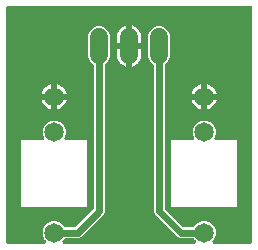
<source format=gbr>
G04 EAGLE Gerber RS-274X export*
G75*
%MOMM*%
%FSLAX34Y34*%
%LPD*%
%INTop Copper*%
%IPPOS*%
%AMOC8*
5,1,8,0,0,1.08239X$1,22.5*%
G01*
%ADD10C,1.524000*%
%ADD11C,1.650000*%
%ADD12C,0.609600*%

G36*
X41771Y10162D02*
X41771Y10162D01*
X41780Y10161D01*
X41972Y10182D01*
X42162Y10201D01*
X42171Y10203D01*
X42180Y10204D01*
X42362Y10262D01*
X42547Y10319D01*
X42555Y10323D01*
X42564Y10326D01*
X42732Y10419D01*
X42901Y10511D01*
X42908Y10516D01*
X42916Y10521D01*
X43064Y10646D01*
X43211Y10768D01*
X43216Y10775D01*
X43223Y10781D01*
X43343Y10933D01*
X43463Y11082D01*
X43467Y11090D01*
X43473Y11097D01*
X43560Y11270D01*
X43649Y11439D01*
X43651Y11448D01*
X43655Y11456D01*
X43707Y11641D01*
X43760Y11826D01*
X43761Y11835D01*
X43763Y11844D01*
X43777Y12036D01*
X43793Y12228D01*
X43792Y12236D01*
X43792Y12245D01*
X43769Y12434D01*
X43746Y12627D01*
X43743Y12636D01*
X43742Y12645D01*
X43681Y12826D01*
X43621Y13010D01*
X43617Y13018D01*
X43614Y13026D01*
X43518Y13194D01*
X43423Y13361D01*
X43417Y13368D01*
X43413Y13375D01*
X43198Y13628D01*
X42513Y14313D01*
X41025Y17906D01*
X41025Y21794D01*
X42513Y25387D01*
X45263Y28137D01*
X48856Y29625D01*
X52744Y29625D01*
X56337Y28137D01*
X59174Y25300D01*
X59182Y25285D01*
X59299Y25150D01*
X59413Y25012D01*
X59430Y24997D01*
X59445Y24980D01*
X59587Y24871D01*
X59726Y24758D01*
X59745Y24747D01*
X59763Y24734D01*
X59923Y24654D01*
X60082Y24571D01*
X60104Y24564D01*
X60124Y24554D01*
X60297Y24508D01*
X60468Y24458D01*
X60491Y24456D01*
X60513Y24450D01*
X60843Y24423D01*
X67915Y24423D01*
X67941Y24425D01*
X67968Y24423D01*
X68142Y24445D01*
X68315Y24463D01*
X68341Y24470D01*
X68367Y24474D01*
X68533Y24529D01*
X68700Y24581D01*
X68724Y24594D01*
X68749Y24602D01*
X68901Y24689D01*
X69054Y24773D01*
X69075Y24790D01*
X69098Y24803D01*
X69351Y25018D01*
X83732Y39399D01*
X83749Y39420D01*
X83770Y39437D01*
X83877Y39575D01*
X83987Y39711D01*
X84000Y39734D01*
X84016Y39755D01*
X84094Y39912D01*
X84176Y40066D01*
X84184Y40092D01*
X84196Y40116D01*
X84241Y40285D01*
X84291Y40452D01*
X84293Y40479D01*
X84300Y40505D01*
X84327Y40835D01*
X84327Y160979D01*
X84325Y161005D01*
X84327Y161032D01*
X84305Y161206D01*
X84287Y161379D01*
X84280Y161405D01*
X84276Y161432D01*
X84220Y161597D01*
X84169Y161764D01*
X84156Y161788D01*
X84148Y161813D01*
X84061Y161964D01*
X83977Y162118D01*
X83960Y162139D01*
X83947Y162162D01*
X83732Y162415D01*
X81147Y165000D01*
X79755Y168361D01*
X79755Y187239D01*
X81147Y190600D01*
X83720Y193173D01*
X87081Y194565D01*
X90719Y194565D01*
X94080Y193173D01*
X96653Y190600D01*
X98045Y187239D01*
X98045Y168361D01*
X96653Y165000D01*
X94068Y162415D01*
X94051Y162394D01*
X94030Y162377D01*
X93923Y162239D01*
X93813Y162104D01*
X93800Y162080D01*
X93784Y162059D01*
X93706Y161902D01*
X93624Y161748D01*
X93616Y161722D01*
X93604Y161698D01*
X93559Y161529D01*
X93509Y161362D01*
X93507Y161335D01*
X93500Y161309D01*
X93473Y160979D01*
X93473Y37190D01*
X92777Y35510D01*
X73240Y15973D01*
X71560Y15277D01*
X60843Y15277D01*
X60821Y15275D01*
X60798Y15277D01*
X60621Y15255D01*
X60443Y15237D01*
X60421Y15231D01*
X60399Y15228D01*
X60229Y15172D01*
X60058Y15119D01*
X60038Y15108D01*
X60017Y15101D01*
X59861Y15013D01*
X59704Y14927D01*
X59686Y14913D01*
X59667Y14902D01*
X59532Y14784D01*
X59394Y14670D01*
X59380Y14652D01*
X59363Y14637D01*
X59254Y14495D01*
X59194Y14420D01*
X58402Y13628D01*
X58396Y13621D01*
X58389Y13616D01*
X58270Y13467D01*
X58147Y13317D01*
X58143Y13309D01*
X58137Y13302D01*
X58049Y13132D01*
X57958Y12961D01*
X57956Y12952D01*
X57951Y12945D01*
X57898Y12760D01*
X57843Y12575D01*
X57843Y12566D01*
X57840Y12558D01*
X57824Y12367D01*
X57807Y12174D01*
X57808Y12165D01*
X57807Y12156D01*
X57829Y11967D01*
X57850Y11774D01*
X57853Y11765D01*
X57854Y11757D01*
X57914Y11574D01*
X57972Y11390D01*
X57976Y11382D01*
X57979Y11374D01*
X58074Y11206D01*
X58167Y11038D01*
X58172Y11031D01*
X58177Y11023D01*
X58303Y10877D01*
X58427Y10731D01*
X58434Y10725D01*
X58440Y10718D01*
X58593Y10600D01*
X58743Y10481D01*
X58751Y10477D01*
X58758Y10472D01*
X58930Y10386D01*
X59102Y10299D01*
X59111Y10296D01*
X59119Y10292D01*
X59304Y10243D01*
X59490Y10191D01*
X59499Y10190D01*
X59507Y10188D01*
X59838Y10161D01*
X168762Y10161D01*
X168771Y10162D01*
X168780Y10161D01*
X168972Y10182D01*
X169162Y10201D01*
X169171Y10203D01*
X169180Y10204D01*
X169362Y10262D01*
X169547Y10319D01*
X169555Y10323D01*
X169564Y10326D01*
X169732Y10419D01*
X169901Y10511D01*
X169908Y10516D01*
X169916Y10521D01*
X170064Y10646D01*
X170211Y10768D01*
X170216Y10775D01*
X170223Y10781D01*
X170343Y10933D01*
X170463Y11082D01*
X170467Y11090D01*
X170473Y11097D01*
X170560Y11270D01*
X170649Y11439D01*
X170651Y11448D01*
X170655Y11456D01*
X170707Y11641D01*
X170760Y11826D01*
X170761Y11835D01*
X170763Y11844D01*
X170777Y12036D01*
X170793Y12228D01*
X170792Y12236D01*
X170792Y12245D01*
X170769Y12434D01*
X170746Y12627D01*
X170743Y12636D01*
X170742Y12645D01*
X170681Y12826D01*
X170621Y13010D01*
X170617Y13018D01*
X170614Y13026D01*
X170518Y13194D01*
X170423Y13361D01*
X170417Y13368D01*
X170413Y13375D01*
X170198Y13628D01*
X169426Y14400D01*
X169418Y14415D01*
X169301Y14550D01*
X169187Y14688D01*
X169170Y14703D01*
X169155Y14720D01*
X169013Y14829D01*
X168874Y14942D01*
X168855Y14953D01*
X168837Y14966D01*
X168677Y15046D01*
X168518Y15129D01*
X168496Y15136D01*
X168476Y15146D01*
X168303Y15192D01*
X168132Y15242D01*
X168109Y15244D01*
X168087Y15250D01*
X167757Y15277D01*
X157040Y15277D01*
X155360Y15973D01*
X135823Y35510D01*
X135127Y37190D01*
X135127Y160979D01*
X135125Y161005D01*
X135127Y161032D01*
X135105Y161206D01*
X135087Y161379D01*
X135080Y161405D01*
X135076Y161432D01*
X135020Y161597D01*
X134969Y161764D01*
X134956Y161788D01*
X134948Y161813D01*
X134861Y161964D01*
X134777Y162118D01*
X134760Y162139D01*
X134747Y162162D01*
X134532Y162415D01*
X131947Y165000D01*
X130555Y168361D01*
X130555Y187239D01*
X131947Y190600D01*
X134520Y193173D01*
X137881Y194565D01*
X141519Y194565D01*
X144880Y193173D01*
X147453Y190600D01*
X148845Y187239D01*
X148845Y168361D01*
X147453Y165000D01*
X144868Y162415D01*
X144851Y162394D01*
X144830Y162377D01*
X144723Y162239D01*
X144613Y162104D01*
X144600Y162080D01*
X144584Y162059D01*
X144506Y161902D01*
X144424Y161748D01*
X144416Y161722D01*
X144404Y161698D01*
X144359Y161529D01*
X144309Y161362D01*
X144307Y161335D01*
X144300Y161309D01*
X144273Y160979D01*
X144273Y40835D01*
X144275Y40809D01*
X144273Y40782D01*
X144295Y40608D01*
X144313Y40435D01*
X144320Y40409D01*
X144324Y40383D01*
X144379Y40217D01*
X144431Y40050D01*
X144444Y40026D01*
X144452Y40001D01*
X144539Y39849D01*
X144623Y39696D01*
X144640Y39675D01*
X144653Y39652D01*
X144868Y39399D01*
X159249Y25018D01*
X159270Y25001D01*
X159287Y24980D01*
X159425Y24873D01*
X159561Y24763D01*
X159584Y24750D01*
X159605Y24734D01*
X159762Y24656D01*
X159916Y24574D01*
X159942Y24566D01*
X159966Y24554D01*
X160135Y24509D01*
X160302Y24459D01*
X160329Y24457D01*
X160355Y24450D01*
X160685Y24423D01*
X167757Y24423D01*
X167779Y24425D01*
X167802Y24423D01*
X167979Y24445D01*
X168157Y24463D01*
X168179Y24469D01*
X168201Y24472D01*
X168371Y24528D01*
X168542Y24581D01*
X168562Y24592D01*
X168583Y24599D01*
X168739Y24687D01*
X168896Y24773D01*
X168914Y24787D01*
X168933Y24798D01*
X169068Y24916D01*
X169206Y25030D01*
X169220Y25048D01*
X169237Y25063D01*
X169346Y25205D01*
X169406Y25280D01*
X172263Y28137D01*
X175856Y29625D01*
X179744Y29625D01*
X183337Y28137D01*
X186087Y25387D01*
X187575Y21794D01*
X187575Y17906D01*
X186087Y14313D01*
X185402Y13628D01*
X185396Y13621D01*
X185389Y13616D01*
X185270Y13467D01*
X185147Y13317D01*
X185143Y13309D01*
X185137Y13302D01*
X185049Y13132D01*
X184958Y12961D01*
X184956Y12952D01*
X184951Y12945D01*
X184898Y12760D01*
X184843Y12575D01*
X184843Y12566D01*
X184840Y12558D01*
X184824Y12367D01*
X184807Y12174D01*
X184808Y12165D01*
X184807Y12156D01*
X184829Y11967D01*
X184850Y11774D01*
X184853Y11765D01*
X184854Y11757D01*
X184914Y11574D01*
X184972Y11390D01*
X184976Y11382D01*
X184979Y11374D01*
X185074Y11206D01*
X185167Y11038D01*
X185172Y11031D01*
X185177Y11023D01*
X185303Y10877D01*
X185427Y10731D01*
X185434Y10725D01*
X185440Y10718D01*
X185593Y10600D01*
X185743Y10481D01*
X185751Y10477D01*
X185758Y10472D01*
X185930Y10386D01*
X186102Y10299D01*
X186111Y10296D01*
X186119Y10292D01*
X186304Y10243D01*
X186490Y10191D01*
X186499Y10190D01*
X186507Y10188D01*
X186838Y10161D01*
X216408Y10161D01*
X216426Y10163D01*
X216444Y10161D01*
X216626Y10182D01*
X216809Y10201D01*
X216826Y10206D01*
X216843Y10208D01*
X217018Y10265D01*
X217194Y10319D01*
X217209Y10327D01*
X217226Y10333D01*
X217386Y10423D01*
X217548Y10511D01*
X217561Y10522D01*
X217577Y10531D01*
X217716Y10651D01*
X217857Y10768D01*
X217868Y10782D01*
X217882Y10794D01*
X217994Y10939D01*
X218109Y11082D01*
X218117Y11098D01*
X218128Y11112D01*
X218210Y11277D01*
X218295Y11439D01*
X218300Y11456D01*
X218308Y11472D01*
X218355Y11651D01*
X218406Y11826D01*
X218408Y11844D01*
X218412Y11861D01*
X218439Y12192D01*
X218439Y210058D01*
X218437Y210076D01*
X218439Y210094D01*
X218418Y210276D01*
X218399Y210459D01*
X218394Y210476D01*
X218392Y210493D01*
X218335Y210668D01*
X218281Y210844D01*
X218273Y210859D01*
X218267Y210876D01*
X218177Y211036D01*
X218089Y211198D01*
X218078Y211211D01*
X218069Y211227D01*
X217949Y211366D01*
X217832Y211507D01*
X217818Y211518D01*
X217806Y211532D01*
X217661Y211644D01*
X217518Y211759D01*
X217502Y211767D01*
X217488Y211778D01*
X217323Y211860D01*
X217161Y211945D01*
X217144Y211950D01*
X217128Y211958D01*
X216949Y212005D01*
X216774Y212056D01*
X216756Y212058D01*
X216739Y212062D01*
X216408Y212089D01*
X12192Y212089D01*
X12174Y212087D01*
X12156Y212089D01*
X11974Y212068D01*
X11791Y212049D01*
X11774Y212044D01*
X11757Y212042D01*
X11582Y211985D01*
X11406Y211931D01*
X11391Y211923D01*
X11374Y211917D01*
X11214Y211827D01*
X11052Y211739D01*
X11039Y211728D01*
X11023Y211719D01*
X10884Y211599D01*
X10743Y211482D01*
X10732Y211468D01*
X10718Y211456D01*
X10606Y211311D01*
X10491Y211168D01*
X10483Y211152D01*
X10472Y211138D01*
X10390Y210973D01*
X10305Y210811D01*
X10300Y210794D01*
X10292Y210778D01*
X10245Y210599D01*
X10194Y210424D01*
X10192Y210406D01*
X10188Y210389D01*
X10161Y210058D01*
X10161Y12192D01*
X10163Y12174D01*
X10161Y12156D01*
X10182Y11974D01*
X10201Y11791D01*
X10206Y11774D01*
X10208Y11757D01*
X10265Y11582D01*
X10319Y11406D01*
X10327Y11391D01*
X10333Y11374D01*
X10423Y11214D01*
X10511Y11052D01*
X10522Y11039D01*
X10531Y11023D01*
X10651Y10884D01*
X10768Y10743D01*
X10782Y10732D01*
X10794Y10718D01*
X10939Y10606D01*
X11082Y10491D01*
X11098Y10483D01*
X11112Y10472D01*
X11277Y10390D01*
X11439Y10305D01*
X11456Y10300D01*
X11472Y10292D01*
X11651Y10245D01*
X11826Y10194D01*
X11844Y10192D01*
X11861Y10188D01*
X12192Y10161D01*
X41762Y10161D01*
X41771Y10162D01*
G37*
%LPC*%
G36*
X22800Y41849D02*
X22800Y41849D01*
X22799Y41850D01*
X22799Y97850D01*
X22800Y97851D01*
X40079Y97851D01*
X40093Y97852D01*
X40106Y97851D01*
X40292Y97872D01*
X40480Y97891D01*
X40493Y97895D01*
X40506Y97896D01*
X40684Y97953D01*
X40865Y98009D01*
X40877Y98015D01*
X40889Y98019D01*
X41053Y98111D01*
X41219Y98201D01*
X41229Y98209D01*
X41241Y98216D01*
X41384Y98339D01*
X41528Y98458D01*
X41536Y98469D01*
X41547Y98477D01*
X41663Y98626D01*
X41780Y98772D01*
X41786Y98784D01*
X41795Y98794D01*
X41880Y98964D01*
X41966Y99129D01*
X41969Y99142D01*
X41976Y99154D01*
X42025Y99336D01*
X42077Y99516D01*
X42078Y99530D01*
X42082Y99543D01*
X42095Y99730D01*
X42110Y99918D01*
X42109Y99931D01*
X42109Y99944D01*
X42085Y100132D01*
X42063Y100317D01*
X42059Y100330D01*
X42057Y100343D01*
X41956Y100659D01*
X41025Y102906D01*
X41025Y106794D01*
X42513Y110387D01*
X45263Y113137D01*
X48856Y114625D01*
X52744Y114625D01*
X56337Y113137D01*
X59087Y110387D01*
X60575Y106794D01*
X60575Y102906D01*
X59644Y100659D01*
X59640Y100646D01*
X59634Y100635D01*
X59582Y100455D01*
X59528Y100274D01*
X59526Y100261D01*
X59523Y100248D01*
X59507Y100060D01*
X59490Y99873D01*
X59491Y99860D01*
X59490Y99846D01*
X59512Y99660D01*
X59531Y99473D01*
X59535Y99460D01*
X59537Y99447D01*
X59595Y99267D01*
X59651Y99088D01*
X59657Y99077D01*
X59662Y99064D01*
X59754Y98900D01*
X59844Y98735D01*
X59853Y98725D01*
X59860Y98713D01*
X59982Y98571D01*
X60104Y98427D01*
X60114Y98419D01*
X60123Y98408D01*
X60271Y98294D01*
X60418Y98176D01*
X60430Y98170D01*
X60441Y98162D01*
X60609Y98078D01*
X60776Y97992D01*
X60789Y97988D01*
X60801Y97982D01*
X60984Y97933D01*
X61164Y97882D01*
X61177Y97881D01*
X61190Y97878D01*
X61521Y97851D01*
X78800Y97851D01*
X78801Y97850D01*
X78801Y41850D01*
X78800Y41849D01*
X22800Y41849D01*
G37*
%LPD*%
%LPC*%
G36*
X149800Y41849D02*
X149800Y41849D01*
X149799Y41850D01*
X149799Y97850D01*
X149800Y97851D01*
X167079Y97851D01*
X167093Y97852D01*
X167106Y97851D01*
X167292Y97872D01*
X167480Y97891D01*
X167493Y97895D01*
X167506Y97896D01*
X167684Y97953D01*
X167865Y98009D01*
X167877Y98015D01*
X167889Y98019D01*
X168053Y98111D01*
X168219Y98201D01*
X168229Y98209D01*
X168241Y98216D01*
X168384Y98339D01*
X168528Y98458D01*
X168536Y98469D01*
X168547Y98477D01*
X168663Y98626D01*
X168780Y98772D01*
X168786Y98784D01*
X168795Y98794D01*
X168880Y98964D01*
X168966Y99129D01*
X168969Y99142D01*
X168976Y99154D01*
X169025Y99336D01*
X169077Y99516D01*
X169078Y99530D01*
X169082Y99543D01*
X169095Y99730D01*
X169110Y99918D01*
X169109Y99931D01*
X169109Y99944D01*
X169085Y100132D01*
X169063Y100317D01*
X169059Y100330D01*
X169057Y100343D01*
X168956Y100659D01*
X168025Y102906D01*
X168025Y106794D01*
X169513Y110387D01*
X172263Y113137D01*
X175856Y114625D01*
X179744Y114625D01*
X183337Y113137D01*
X186087Y110387D01*
X187575Y106794D01*
X187575Y102906D01*
X186644Y100659D01*
X186640Y100646D01*
X186634Y100635D01*
X186582Y100455D01*
X186528Y100274D01*
X186526Y100261D01*
X186523Y100248D01*
X186507Y100060D01*
X186490Y99873D01*
X186491Y99860D01*
X186490Y99846D01*
X186512Y99660D01*
X186531Y99473D01*
X186535Y99460D01*
X186537Y99447D01*
X186595Y99267D01*
X186651Y99088D01*
X186657Y99077D01*
X186662Y99064D01*
X186754Y98900D01*
X186844Y98735D01*
X186853Y98725D01*
X186860Y98713D01*
X186982Y98571D01*
X187104Y98427D01*
X187114Y98419D01*
X187123Y98408D01*
X187271Y98294D01*
X187418Y98176D01*
X187430Y98170D01*
X187441Y98162D01*
X187609Y98078D01*
X187776Y97992D01*
X187789Y97988D01*
X187801Y97982D01*
X187984Y97933D01*
X188164Y97882D01*
X188177Y97881D01*
X188190Y97878D01*
X188521Y97851D01*
X205800Y97851D01*
X205801Y97850D01*
X205801Y41850D01*
X205800Y41849D01*
X149800Y41849D01*
G37*
%LPD*%
%LPC*%
G36*
X116839Y180339D02*
X116839Y180339D01*
X116839Y195279D01*
X118200Y194836D01*
X119625Y194110D01*
X120919Y193170D01*
X122050Y192039D01*
X122990Y190745D01*
X123716Y189320D01*
X124211Y187799D01*
X124461Y186220D01*
X124461Y180339D01*
X116839Y180339D01*
G37*
%LPD*%
%LPC*%
G36*
X116839Y175261D02*
X116839Y175261D01*
X124461Y175261D01*
X124461Y169380D01*
X124211Y167801D01*
X123716Y166280D01*
X122990Y164855D01*
X122050Y163561D01*
X120919Y162430D01*
X119625Y161490D01*
X118200Y160764D01*
X116839Y160321D01*
X116839Y175261D01*
G37*
%LPD*%
%LPC*%
G36*
X104139Y180339D02*
X104139Y180339D01*
X104139Y186220D01*
X104389Y187799D01*
X104884Y189320D01*
X105610Y190745D01*
X106550Y192039D01*
X107681Y193170D01*
X108975Y194110D01*
X110400Y194836D01*
X111761Y195279D01*
X111761Y180339D01*
X104139Y180339D01*
G37*
%LPD*%
%LPC*%
G36*
X110400Y160764D02*
X110400Y160764D01*
X108975Y161490D01*
X107681Y162430D01*
X106550Y163561D01*
X105610Y164855D01*
X104884Y166280D01*
X104389Y167801D01*
X104139Y169380D01*
X104139Y175261D01*
X111761Y175261D01*
X111761Y160321D01*
X110400Y160764D01*
G37*
%LPD*%
%LPC*%
G36*
X180549Y137599D02*
X180549Y137599D01*
X180549Y145303D01*
X181942Y144850D01*
X183456Y144079D01*
X184830Y143081D01*
X186031Y141880D01*
X187029Y140506D01*
X187800Y138992D01*
X188253Y137599D01*
X180549Y137599D01*
G37*
%LPD*%
%LPC*%
G36*
X53549Y137599D02*
X53549Y137599D01*
X53549Y145303D01*
X54942Y144850D01*
X56456Y144079D01*
X57830Y143081D01*
X59031Y141880D01*
X60029Y140506D01*
X60800Y138992D01*
X61253Y137599D01*
X53549Y137599D01*
G37*
%LPD*%
%LPC*%
G36*
X180549Y132101D02*
X180549Y132101D01*
X188253Y132101D01*
X187800Y130708D01*
X187029Y129194D01*
X186031Y127820D01*
X184830Y126619D01*
X183456Y125621D01*
X181942Y124850D01*
X180549Y124397D01*
X180549Y132101D01*
G37*
%LPD*%
%LPC*%
G36*
X53549Y132101D02*
X53549Y132101D01*
X61253Y132101D01*
X60800Y130708D01*
X60029Y129194D01*
X59031Y127820D01*
X57830Y126619D01*
X56456Y125621D01*
X54942Y124850D01*
X53549Y124397D01*
X53549Y132101D01*
G37*
%LPD*%
%LPC*%
G36*
X40347Y137599D02*
X40347Y137599D01*
X40800Y138992D01*
X41571Y140506D01*
X42569Y141880D01*
X43770Y143081D01*
X45144Y144079D01*
X46658Y144850D01*
X48051Y145303D01*
X48051Y137599D01*
X40347Y137599D01*
G37*
%LPD*%
%LPC*%
G36*
X167347Y137599D02*
X167347Y137599D01*
X167800Y138992D01*
X168571Y140506D01*
X169569Y141880D01*
X170770Y143081D01*
X172144Y144079D01*
X173658Y144850D01*
X175051Y145303D01*
X175051Y137599D01*
X167347Y137599D01*
G37*
%LPD*%
%LPC*%
G36*
X173658Y124850D02*
X173658Y124850D01*
X172144Y125621D01*
X170770Y126619D01*
X169569Y127820D01*
X168571Y129194D01*
X167800Y130708D01*
X167347Y132101D01*
X175051Y132101D01*
X175051Y124397D01*
X173658Y124850D01*
G37*
%LPD*%
%LPC*%
G36*
X46658Y124850D02*
X46658Y124850D01*
X45144Y125621D01*
X43770Y126619D01*
X42569Y127820D01*
X41571Y129194D01*
X40800Y130708D01*
X40347Y132101D01*
X48051Y132101D01*
X48051Y124397D01*
X46658Y124850D01*
G37*
%LPD*%
D10*
X139700Y185420D02*
X139700Y170180D01*
X114300Y170180D02*
X114300Y185420D01*
X88900Y185420D02*
X88900Y170180D01*
D11*
X50800Y19850D03*
X50800Y104850D03*
X50800Y134850D03*
X177800Y19850D03*
X177800Y104850D03*
X177800Y134850D03*
D12*
X88900Y177800D02*
X88900Y38100D01*
X70650Y19850D02*
X50800Y19850D01*
X70650Y19850D02*
X88900Y38100D01*
X139700Y38100D02*
X139700Y177800D01*
X157950Y19850D02*
X177800Y19850D01*
X157950Y19850D02*
X139700Y38100D01*
M02*

</source>
